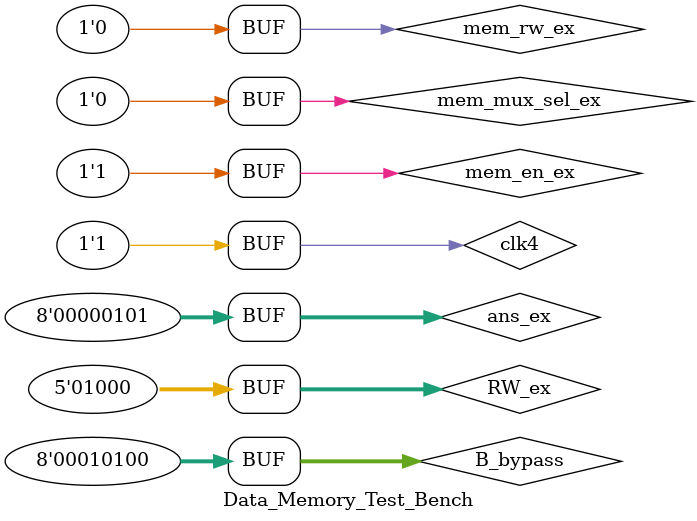
<source format=v>
`timescale 1ns / 1ps


module Data_Memory_Test_Bench;

	// Inputs
	reg [7:0] ans_ex;
	reg [7:0] B_bypass;
	reg mem_en_ex;
	reg mem_rw_ex;
	reg clk4;
	reg [4:0] RW_ex;
	reg mem_mux_sel_ex;

	// Outputs
	wire [7:0] mux_ans_dm;
	wire [4:0] RW_dm;

	
		parameter PERIOD = 1000;

   always begin
      clk4 = 1'b0;
      #(PERIOD/2) clk4 = 1'b1;
      #(PERIOD/2);
   end  

	// Instantiate the Unit Under Test (UUT)
	Data_Memory_Block uut (
		.ans_ex(ans_ex), 
		.B_bypass(B_bypass), 
		.mem_en_ex(mem_en_ex), 
		.mem_rw_ex(mem_rw_ex), 
		.clk4(clk4), 
		.RW_ex(RW_ex), 
		.mem_mux_sel_ex(mem_mux_sel_ex), 
		.mux_ans_dm(mux_ans_dm), 
		.RW_dm(RW_dm)
	);

	initial begin
		// Initialize Inputs
		ans_ex = 8'h05;
		B_bypass = 0;
		mem_en_ex = 0;
		mem_rw_ex = 0;
		clk4 = 0;
		RW_ex = 5'h08;
		mem_mux_sel_ex = 0;

		// Wait 100 ns for global reset to finish
		//#100
		B_bypass=8'h0a; mem_en_ex=8'h0; mem_rw_ex=8'h0; mem_mux_sel_ex=8'h01;
		#1000 B_bypass=8'h0a; mem_en_ex=8'h1; mem_rw_ex=8'h0; mem_mux_sel_ex=8'h01;
		#1000 B_bypass=8'h0a; mem_en_ex=8'h1; mem_rw_ex=8'h1; mem_mux_sel_ex=8'h01;
		#1000 B_bypass=8'h14; mem_en_ex=8'h1; mem_rw_ex=8'h0; mem_mux_sel_ex=8'h01;
		#1000 B_bypass=8'h14; mem_en_ex=8'h1; mem_rw_ex=8'h0; mem_mux_sel_ex=8'h00;
		#1000 B_bypass=8'h14; mem_en_ex=8'h1; mem_rw_ex=8'h0; mem_mux_sel_ex=8'h00;
		#1000 B_bypass=8'h14; mem_en_ex=8'h1; mem_rw_ex=8'h0; mem_mux_sel_ex=8'h00;
		#1000 B_bypass=8'h14; mem_en_ex=8'h1; mem_rw_ex=8'h0; mem_mux_sel_ex=8'h00;
		#1000 B_bypass=8'h14; mem_en_ex=8'h1; mem_rw_ex=8'h0; mem_mux_sel_ex=8'h00;
		#1000 B_bypass=8'h14; mem_en_ex=8'h1; mem_rw_ex=8'h0; mem_mux_sel_ex=8'h00;
		#1000 B_bypass=8'h14; mem_en_ex=8'h1; mem_rw_ex=8'h0; mem_mux_sel_ex=8'h00;


	end
      
endmodule


</source>
